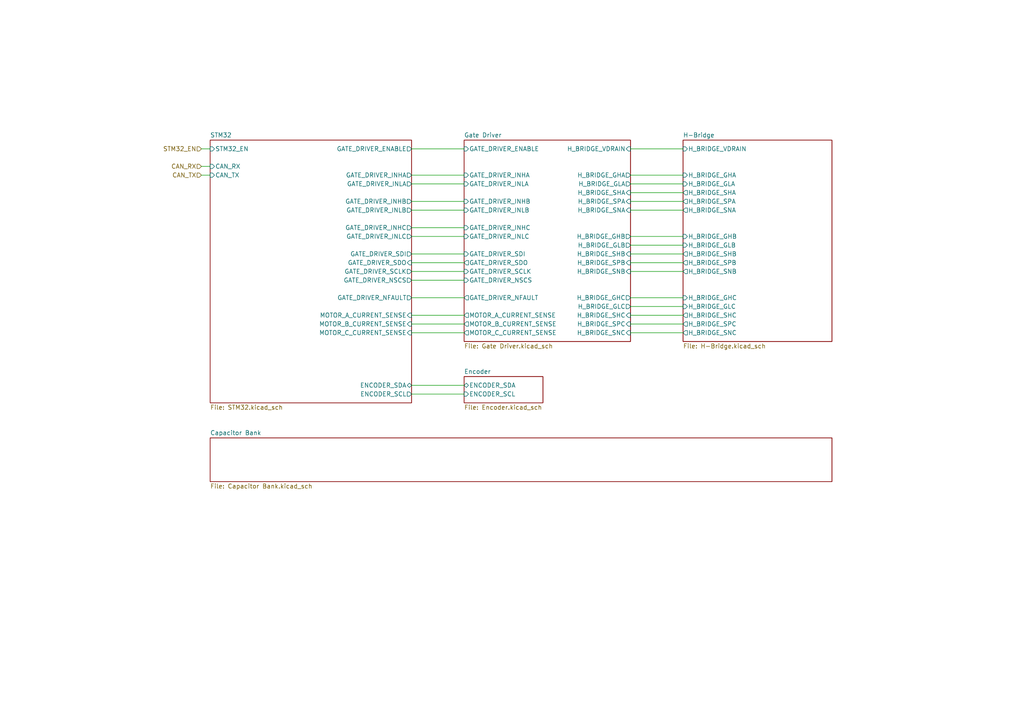
<source format=kicad_sch>
(kicad_sch
	(version 20250114)
	(generator "eeschema")
	(generator_version "9.0")
	(uuid "89a6ded9-8b81-4dac-b8d3-dcb0679e52a4")
	(paper "A4")
	(lib_symbols)
	(wire
		(pts
			(xy 119.38 66.04) (xy 134.62 66.04)
		)
		(stroke
			(width 0)
			(type default)
		)
		(uuid "014f3ad6-5d48-4ac5-906d-fbb7b6fc556f")
	)
	(wire
		(pts
			(xy 119.38 86.36) (xy 134.62 86.36)
		)
		(stroke
			(width 0)
			(type default)
		)
		(uuid "06c09fbe-b7e8-47d9-bd2b-fd6c5e46d616")
	)
	(wire
		(pts
			(xy 182.88 50.8) (xy 198.12 50.8)
		)
		(stroke
			(width 0)
			(type default)
		)
		(uuid "1392c7c3-af8a-4ac8-8f28-3a1dba906558")
	)
	(wire
		(pts
			(xy 182.88 76.2) (xy 198.12 76.2)
		)
		(stroke
			(width 0)
			(type default)
		)
		(uuid "1f7bcd43-b009-4f60-8645-c4910f24049c")
	)
	(wire
		(pts
			(xy 58.42 48.26) (xy 60.96 48.26)
		)
		(stroke
			(width 0)
			(type default)
		)
		(uuid "25fb4645-f915-49aa-a1b0-d7d6a47c487e")
	)
	(wire
		(pts
			(xy 119.38 58.42) (xy 134.62 58.42)
		)
		(stroke
			(width 0)
			(type default)
		)
		(uuid "30ce1eea-eda9-4b83-8922-420c9fc6ae10")
	)
	(wire
		(pts
			(xy 119.38 53.34) (xy 134.62 53.34)
		)
		(stroke
			(width 0)
			(type default)
		)
		(uuid "322dcc9d-6b0d-44c6-bbc7-0f0b2ae6a713")
	)
	(wire
		(pts
			(xy 182.88 73.66) (xy 198.12 73.66)
		)
		(stroke
			(width 0)
			(type default)
		)
		(uuid "371fdf8a-8554-4a20-83ed-7d5cba54da52")
	)
	(wire
		(pts
			(xy 182.88 68.58) (xy 198.12 68.58)
		)
		(stroke
			(width 0)
			(type default)
		)
		(uuid "39881c2c-6d39-4d77-bced-b3313c4c9eaa")
	)
	(wire
		(pts
			(xy 182.88 86.36) (xy 198.12 86.36)
		)
		(stroke
			(width 0)
			(type default)
		)
		(uuid "3b75e519-16e2-4caf-af7f-3c7e8a77d189")
	)
	(wire
		(pts
			(xy 119.38 73.66) (xy 134.62 73.66)
		)
		(stroke
			(width 0)
			(type default)
		)
		(uuid "401c22eb-9e67-4082-a0db-2620b4517572")
	)
	(wire
		(pts
			(xy 182.88 58.42) (xy 198.12 58.42)
		)
		(stroke
			(width 0)
			(type default)
		)
		(uuid "41959adb-ad7a-4d98-b683-e43c2a9bad3e")
	)
	(wire
		(pts
			(xy 119.38 91.44) (xy 134.62 91.44)
		)
		(stroke
			(width 0)
			(type default)
		)
		(uuid "489590d3-e273-4882-ad3b-cee791e11228")
	)
	(wire
		(pts
			(xy 119.38 68.58) (xy 134.62 68.58)
		)
		(stroke
			(width 0)
			(type default)
		)
		(uuid "641c3ac2-7b09-44dc-bfe8-9af8a767f06f")
	)
	(wire
		(pts
			(xy 119.38 114.3) (xy 134.62 114.3)
		)
		(stroke
			(width 0)
			(type default)
		)
		(uuid "65b34fe1-586d-4715-bb60-a0ff68c48916")
	)
	(wire
		(pts
			(xy 182.88 91.44) (xy 198.12 91.44)
		)
		(stroke
			(width 0)
			(type default)
		)
		(uuid "74003ee7-7969-4513-bb5f-879ee97f386a")
	)
	(wire
		(pts
			(xy 182.88 93.98) (xy 198.12 93.98)
		)
		(stroke
			(width 0)
			(type default)
		)
		(uuid "75e836dd-685e-4404-8da9-d5ab191847b9")
	)
	(wire
		(pts
			(xy 182.88 60.96) (xy 198.12 60.96)
		)
		(stroke
			(width 0)
			(type default)
		)
		(uuid "79c4dc34-8f0c-43c4-918a-74c0be9cbf60")
	)
	(wire
		(pts
			(xy 119.38 111.76) (xy 134.62 111.76)
		)
		(stroke
			(width 0)
			(type default)
		)
		(uuid "7cb6b3d8-7fa2-43ad-a04d-ba031ddf62f6")
	)
	(wire
		(pts
			(xy 119.38 43.18) (xy 134.62 43.18)
		)
		(stroke
			(width 0)
			(type default)
		)
		(uuid "821ccb2d-746e-486a-93fd-eca3f7057494")
	)
	(wire
		(pts
			(xy 182.88 55.88) (xy 198.12 55.88)
		)
		(stroke
			(width 0)
			(type default)
		)
		(uuid "8a8db790-8551-4c48-a222-4d8cbf93df3f")
	)
	(wire
		(pts
			(xy 58.42 43.18) (xy 60.96 43.18)
		)
		(stroke
			(width 0)
			(type default)
		)
		(uuid "8c2008d1-34ce-46ea-982e-a656a5d04ee9")
	)
	(wire
		(pts
			(xy 119.38 96.52) (xy 134.62 96.52)
		)
		(stroke
			(width 0)
			(type default)
		)
		(uuid "9d3f9e29-8099-4e76-baac-0848e2ece982")
	)
	(wire
		(pts
			(xy 119.38 93.98) (xy 134.62 93.98)
		)
		(stroke
			(width 0)
			(type default)
		)
		(uuid "b9e455bd-b246-49cd-8156-ff61772431e4")
	)
	(wire
		(pts
			(xy 58.42 50.8) (xy 60.96 50.8)
		)
		(stroke
			(width 0)
			(type default)
		)
		(uuid "ba46a258-9906-44f0-b1f4-f63d6f727ca5")
	)
	(wire
		(pts
			(xy 119.38 76.2) (xy 134.62 76.2)
		)
		(stroke
			(width 0)
			(type default)
		)
		(uuid "be6c9a7d-08a5-4673-a669-c975c28dbded")
	)
	(wire
		(pts
			(xy 182.88 88.9) (xy 198.12 88.9)
		)
		(stroke
			(width 0)
			(type default)
		)
		(uuid "c2358520-6ca2-4f3b-b476-6e534f36c563")
	)
	(wire
		(pts
			(xy 119.38 60.96) (xy 134.62 60.96)
		)
		(stroke
			(width 0)
			(type default)
		)
		(uuid "cf1dbe2d-a22c-4821-a10c-01afc40b3ac0")
	)
	(wire
		(pts
			(xy 182.88 53.34) (xy 198.12 53.34)
		)
		(stroke
			(width 0)
			(type default)
		)
		(uuid "d688d81a-6d43-4850-b5f4-431a7b1e1af9")
	)
	(wire
		(pts
			(xy 182.88 78.74) (xy 198.12 78.74)
		)
		(stroke
			(width 0)
			(type default)
		)
		(uuid "d9340906-01fe-4ab3-a370-f9ef8a111171")
	)
	(wire
		(pts
			(xy 119.38 81.28) (xy 134.62 81.28)
		)
		(stroke
			(width 0)
			(type default)
		)
		(uuid "dcab1b07-3571-4a6f-9947-5858c29e4c58")
	)
	(wire
		(pts
			(xy 119.38 78.74) (xy 134.62 78.74)
		)
		(stroke
			(width 0)
			(type default)
		)
		(uuid "e0119a5f-c335-4c15-be9f-2c13d4f46f7a")
	)
	(wire
		(pts
			(xy 182.88 96.52) (xy 198.12 96.52)
		)
		(stroke
			(width 0)
			(type default)
		)
		(uuid "e1a975af-5f8b-4886-9ddf-7376884f0540")
	)
	(wire
		(pts
			(xy 182.88 43.18) (xy 198.12 43.18)
		)
		(stroke
			(width 0)
			(type default)
		)
		(uuid "f58ed209-d1b9-4695-8e52-22e6b94f6030")
	)
	(wire
		(pts
			(xy 119.38 50.8) (xy 134.62 50.8)
		)
		(stroke
			(width 0)
			(type default)
		)
		(uuid "f663462d-5f6d-41f5-83be-66ca88fe0ec2")
	)
	(wire
		(pts
			(xy 182.88 71.12) (xy 198.12 71.12)
		)
		(stroke
			(width 0)
			(type default)
		)
		(uuid "ffffa54e-4f6e-46aa-a23e-d5b25263dc2f")
	)
	(hierarchical_label "CAN_RX"
		(shape input)
		(at 58.42 48.26 180)
		(effects
			(font
				(size 1.27 1.27)
			)
			(justify right)
		)
		(uuid "192a6ce9-d43f-4fb2-8746-1abf3ab493a9")
	)
	(hierarchical_label "STM32_EN"
		(shape input)
		(at 58.42 43.18 180)
		(effects
			(font
				(size 1.27 1.27)
			)
			(justify right)
		)
		(uuid "221b4781-503a-402f-9b91-a6e02bcd60c5")
	)
	(hierarchical_label "CAN_TX"
		(shape input)
		(at 58.42 50.8 180)
		(effects
			(font
				(size 1.27 1.27)
			)
			(justify right)
		)
		(uuid "8ca435b6-bf8f-4282-831b-9ac04e103940")
	)
	(sheet
		(at 134.62 40.64)
		(size 48.26 58.42)
		(exclude_from_sim no)
		(in_bom yes)
		(on_board yes)
		(dnp no)
		(fields_autoplaced yes)
		(stroke
			(width 0.1524)
			(type solid)
		)
		(fill
			(color 0 0 0 0.0000)
		)
		(uuid "8cfedfa3-e17e-4fbd-8643-d9aedca2c1ef")
		(property "Sheetname" "Gate Driver"
			(at 134.62 39.9284 0)
			(effects
				(font
					(size 1.27 1.27)
				)
				(justify left bottom)
			)
		)
		(property "Sheetfile" "Gate Driver.kicad_sch"
			(at 134.62 99.6446 0)
			(effects
				(font
					(size 1.27 1.27)
				)
				(justify left top)
			)
		)
		(pin "GATE_DRIVER_ENABLE" input
			(at 134.62 43.18 180)
			(uuid "ae2b29ba-6481-4ae7-a868-d4ba8fa1632d")
			(effects
				(font
					(size 1.27 1.27)
				)
				(justify left)
			)
		)
		(pin "GATE_DRIVER_INHA" input
			(at 134.62 50.8 180)
			(uuid "fe660008-2323-4c90-b1d9-48cd5dc6d703")
			(effects
				(font
					(size 1.27 1.27)
				)
				(justify left)
			)
		)
		(pin "GATE_DRIVER_INHB" input
			(at 134.62 58.42 180)
			(uuid "c5c93115-fe5a-418b-8cb0-893355840990")
			(effects
				(font
					(size 1.27 1.27)
				)
				(justify left)
			)
		)
		(pin "GATE_DRIVER_INHC" input
			(at 134.62 66.04 180)
			(uuid "d5f00f41-cd23-4109-ab78-deb1233f398e")
			(effects
				(font
					(size 1.27 1.27)
				)
				(justify left)
			)
		)
		(pin "GATE_DRIVER_INLA" input
			(at 134.62 53.34 180)
			(uuid "8e83eb52-6330-4db5-bfa3-f14bfe638b40")
			(effects
				(font
					(size 1.27 1.27)
				)
				(justify left)
			)
		)
		(pin "GATE_DRIVER_INLB" input
			(at 134.62 60.96 180)
			(uuid "1e2d6e9d-789c-421e-9e68-ec1bf8a75893")
			(effects
				(font
					(size 1.27 1.27)
				)
				(justify left)
			)
		)
		(pin "GATE_DRIVER_INLC" input
			(at 134.62 68.58 180)
			(uuid "42bf41db-18ce-405b-a896-3f403e2833e7")
			(effects
				(font
					(size 1.27 1.27)
				)
				(justify left)
			)
		)
		(pin "GATE_DRIVER_NSCS" input
			(at 134.62 81.28 180)
			(uuid "8ea0bc7c-ef02-4a23-a913-029493c880c9")
			(effects
				(font
					(size 1.27 1.27)
				)
				(justify left)
			)
		)
		(pin "GATE_DRIVER_SCLK" input
			(at 134.62 78.74 180)
			(uuid "96eb3559-1956-41de-95bc-e9c4d0e6de86")
			(effects
				(font
					(size 1.27 1.27)
				)
				(justify left)
			)
		)
		(pin "GATE_DRIVER_SDI" input
			(at 134.62 73.66 180)
			(uuid "6fece870-a17b-4066-b0cc-90b007f8444c")
			(effects
				(font
					(size 1.27 1.27)
				)
				(justify left)
			)
		)
		(pin "GATE_DRIVER_SDO" output
			(at 134.62 76.2 180)
			(uuid "dc8d3014-30c9-496d-a25b-88ce7bdae260")
			(effects
				(font
					(size 1.27 1.27)
				)
				(justify left)
			)
		)
		(pin "H_BRIDGE_GHA" output
			(at 182.88 50.8 0)
			(uuid "8b7e54d9-35bf-4d7d-9ce8-5303ef1cad85")
			(effects
				(font
					(size 1.27 1.27)
				)
				(justify right)
			)
		)
		(pin "H_BRIDGE_GHB" output
			(at 182.88 68.58 0)
			(uuid "a6369269-f3a8-4f9d-897f-3bd9f77e8214")
			(effects
				(font
					(size 1.27 1.27)
				)
				(justify right)
			)
		)
		(pin "H_BRIDGE_GHC" output
			(at 182.88 86.36 0)
			(uuid "4b2d89bf-85b8-4ba2-b678-62260fcd4de9")
			(effects
				(font
					(size 1.27 1.27)
				)
				(justify right)
			)
		)
		(pin "H_BRIDGE_GLA" output
			(at 182.88 53.34 0)
			(uuid "b099c838-4178-49b4-a0b6-bd2d0dd32f5b")
			(effects
				(font
					(size 1.27 1.27)
				)
				(justify right)
			)
		)
		(pin "H_BRIDGE_GLB" output
			(at 182.88 71.12 0)
			(uuid "cec85c05-bc5b-4461-8e3c-0aa9c9a9b7d8")
			(effects
				(font
					(size 1.27 1.27)
				)
				(justify right)
			)
		)
		(pin "H_BRIDGE_GLC" output
			(at 182.88 88.9 0)
			(uuid "4380c1bb-0475-4d21-87d7-d5bb5d6bfb86")
			(effects
				(font
					(size 1.27 1.27)
				)
				(justify right)
			)
		)
		(pin "H_BRIDGE_SHA" input
			(at 182.88 55.88 0)
			(uuid "8608c98e-25a5-4041-9ca8-d91f42622298")
			(effects
				(font
					(size 1.27 1.27)
				)
				(justify right)
			)
		)
		(pin "H_BRIDGE_SHB" input
			(at 182.88 73.66 0)
			(uuid "2f029195-8030-46ac-9176-76d3682b0800")
			(effects
				(font
					(size 1.27 1.27)
				)
				(justify right)
			)
		)
		(pin "H_BRIDGE_SHC" input
			(at 182.88 91.44 0)
			(uuid "9c057008-cbca-4955-a585-17dbd152e210")
			(effects
				(font
					(size 1.27 1.27)
				)
				(justify right)
			)
		)
		(pin "H_BRIDGE_SNA" input
			(at 182.88 60.96 0)
			(uuid "96bfe735-1528-430e-8f47-4a16317b55bb")
			(effects
				(font
					(size 1.27 1.27)
				)
				(justify right)
			)
		)
		(pin "H_BRIDGE_SNB" input
			(at 182.88 78.74 0)
			(uuid "cfa56fd4-4aa6-4a67-8c76-5c3bc9859e28")
			(effects
				(font
					(size 1.27 1.27)
				)
				(justify right)
			)
		)
		(pin "H_BRIDGE_SNC" input
			(at 182.88 96.52 0)
			(uuid "a8a9cc5f-a420-4923-8cc5-b68363c0bf35")
			(effects
				(font
					(size 1.27 1.27)
				)
				(justify right)
			)
		)
		(pin "H_BRIDGE_SPA" input
			(at 182.88 58.42 0)
			(uuid "9a43f1ba-326a-41b8-9d4d-4b232dd84371")
			(effects
				(font
					(size 1.27 1.27)
				)
				(justify right)
			)
		)
		(pin "H_BRIDGE_SPB" input
			(at 182.88 76.2 0)
			(uuid "e6fae002-1eb2-472d-a594-78c072213594")
			(effects
				(font
					(size 1.27 1.27)
				)
				(justify right)
			)
		)
		(pin "H_BRIDGE_SPC" input
			(at 182.88 93.98 0)
			(uuid "92bd1f7f-8a9e-405a-b7bb-a2d743d7e369")
			(effects
				(font
					(size 1.27 1.27)
				)
				(justify right)
			)
		)
		(pin "H_BRIDGE_VDRAIN" input
			(at 182.88 43.18 0)
			(uuid "3c36f903-d31e-47ac-bfce-0053f617d2e0")
			(effects
				(font
					(size 1.27 1.27)
				)
				(justify right)
			)
		)
		(pin "MOTOR_A_CURRENT_SENSE" output
			(at 134.62 91.44 180)
			(uuid "e5f3db2e-94e3-405e-9d88-d60c39c475df")
			(effects
				(font
					(size 1.27 1.27)
				)
				(justify left)
			)
		)
		(pin "MOTOR_B_CURRENT_SENSE" output
			(at 134.62 93.98 180)
			(uuid "5b6fda93-88bb-4233-9006-2a242de7075d")
			(effects
				(font
					(size 1.27 1.27)
				)
				(justify left)
			)
		)
		(pin "MOTOR_C_CURRENT_SENSE" output
			(at 134.62 96.52 180)
			(uuid "d9cc63df-ac33-4ba2-a8f6-6f0805128f8b")
			(effects
				(font
					(size 1.27 1.27)
				)
				(justify left)
			)
		)
		(pin "GATE_DRIVER_NFAULT" output
			(at 134.62 86.36 180)
			(uuid "81405cc2-35a2-4b9f-80e0-eca514e95850")
			(effects
				(font
					(size 1.27 1.27)
				)
				(justify left)
			)
		)
		(instances
			(project "simplified_spincoater_v1"
				(path "/82f7d8d0-a6dd-48aa-80fa-49fc2cccb16f/c9ec9ccd-2e72-4236-908b-58c2b4d5f776"
					(page "7")
				)
			)
		)
	)
	(sheet
		(at 60.96 127)
		(size 180.34 12.7)
		(exclude_from_sim no)
		(in_bom yes)
		(on_board yes)
		(dnp no)
		(fields_autoplaced yes)
		(stroke
			(width 0.1524)
			(type solid)
		)
		(fill
			(color 0 0 0 0.0000)
		)
		(uuid "c07c829e-f8c0-4206-915d-bc0510f76988")
		(property "Sheetname" "Capacitor Bank"
			(at 60.96 126.2884 0)
			(effects
				(font
					(size 1.27 1.27)
				)
				(justify left bottom)
			)
		)
		(property "Sheetfile" "Capacitor Bank.kicad_sch"
			(at 60.96 140.2846 0)
			(effects
				(font
					(size 1.27 1.27)
				)
				(justify left top)
			)
		)
		(instances
			(project "simplified_spincoater_v1"
				(path "/82f7d8d0-a6dd-48aa-80fa-49fc2cccb16f/c9ec9ccd-2e72-4236-908b-58c2b4d5f776"
					(page "10")
				)
			)
		)
	)
	(sheet
		(at 60.96 40.64)
		(size 58.42 76.2)
		(exclude_from_sim no)
		(in_bom yes)
		(on_board yes)
		(dnp no)
		(fields_autoplaced yes)
		(stroke
			(width 0.1524)
			(type solid)
		)
		(fill
			(color 0 0 0 0.0000)
		)
		(uuid "cd663899-e504-4268-9eb7-3d3166242724")
		(property "Sheetname" "STM32"
			(at 60.96 39.9284 0)
			(effects
				(font
					(size 1.27 1.27)
				)
				(justify left bottom)
			)
		)
		(property "Sheetfile" "STM32.kicad_sch"
			(at 60.96 117.4246 0)
			(effects
				(font
					(size 1.27 1.27)
				)
				(justify left top)
			)
		)
		(pin "STM32_EN" input
			(at 60.96 43.18 180)
			(uuid "f5237cb3-6f12-42eb-9e88-f67bcec2baf6")
			(effects
				(font
					(size 1.27 1.27)
				)
				(justify left)
			)
		)
		(pin "ENCODER_SCL" output
			(at 119.38 114.3 0)
			(uuid "3e70ebb7-8a9c-4ff9-ab54-fb269da4bc57")
			(effects
				(font
					(size 1.27 1.27)
				)
				(justify right)
			)
		)
		(pin "ENCODER_SDA" bidirectional
			(at 119.38 111.76 0)
			(uuid "8c57d3a5-43ea-4a30-8073-f6c07139788c")
			(effects
				(font
					(size 1.27 1.27)
				)
				(justify right)
			)
		)
		(pin "GATE_DRIVER_ENABLE" output
			(at 119.38 43.18 0)
			(uuid "864df139-b0d5-4755-ae9f-2540f014d210")
			(effects
				(font
					(size 1.27 1.27)
				)
				(justify right)
			)
		)
		(pin "GATE_DRIVER_INHA" output
			(at 119.38 50.8 0)
			(uuid "074dead6-4fc3-4c86-aede-c999005c85a8")
			(effects
				(font
					(size 1.27 1.27)
				)
				(justify right)
			)
		)
		(pin "GATE_DRIVER_INHB" output
			(at 119.38 58.42 0)
			(uuid "399f6574-9f25-4416-9d4e-f0be10310ddc")
			(effects
				(font
					(size 1.27 1.27)
				)
				(justify right)
			)
		)
		(pin "GATE_DRIVER_INHC" output
			(at 119.38 66.04 0)
			(uuid "879baced-fdda-44e7-9500-91d339da8357")
			(effects
				(font
					(size 1.27 1.27)
				)
				(justify right)
			)
		)
		(pin "GATE_DRIVER_INLA" output
			(at 119.38 53.34 0)
			(uuid "c4abea67-6d53-4621-94c6-be5f5048a886")
			(effects
				(font
					(size 1.27 1.27)
				)
				(justify right)
			)
		)
		(pin "GATE_DRIVER_INLB" output
			(at 119.38 60.96 0)
			(uuid "d94e5b4e-d6da-4f67-bc46-07fcf07a6457")
			(effects
				(font
					(size 1.27 1.27)
				)
				(justify right)
			)
		)
		(pin "GATE_DRIVER_INLC" output
			(at 119.38 68.58 0)
			(uuid "9cf7dabb-6788-46ee-a6d6-a6e913bf0be6")
			(effects
				(font
					(size 1.27 1.27)
				)
				(justify right)
			)
		)
		(pin "GATE_DRIVER_NSCS" output
			(at 119.38 81.28 0)
			(uuid "a8d2b3e3-0f1c-4415-af14-864abbfec882")
			(effects
				(font
					(size 1.27 1.27)
				)
				(justify right)
			)
		)
		(pin "GATE_DRIVER_SCLK" output
			(at 119.38 78.74 0)
			(uuid "755fa56e-be9b-48fa-8d88-4501b76c980a")
			(effects
				(font
					(size 1.27 1.27)
				)
				(justify right)
			)
		)
		(pin "GATE_DRIVER_SDI" output
			(at 119.38 73.66 0)
			(uuid "8af634f0-cd37-43f3-965f-de1931a357fc")
			(effects
				(font
					(size 1.27 1.27)
				)
				(justify right)
			)
		)
		(pin "GATE_DRIVER_SDO" input
			(at 119.38 76.2 0)
			(uuid "63e25f0d-327e-4149-885a-e7f0b6a6e8a5")
			(effects
				(font
					(size 1.27 1.27)
				)
				(justify right)
			)
		)
		(pin "MOTOR_A_CURRENT_SENSE" input
			(at 119.38 91.44 0)
			(uuid "0667719a-bdc5-4de6-8f8f-5dbe5dd89360")
			(effects
				(font
					(size 1.27 1.27)
				)
				(justify right)
			)
		)
		(pin "MOTOR_B_CURRENT_SENSE" input
			(at 119.38 93.98 0)
			(uuid "2ec68171-65fb-4a02-adcd-668bdb5e5e48")
			(effects
				(font
					(size 1.27 1.27)
				)
				(justify right)
			)
		)
		(pin "MOTOR_C_CURRENT_SENSE" input
			(at 119.38 96.52 0)
			(uuid "d4d5ffaa-4154-44f6-a30a-e7701fa958e1")
			(effects
				(font
					(size 1.27 1.27)
				)
				(justify right)
			)
		)
		(pin "CAN_RX" input
			(at 60.96 48.26 180)
			(uuid "3c820461-b8b1-4c7d-af18-18b55d1597b5")
			(effects
				(font
					(size 1.27 1.27)
				)
				(justify left)
			)
		)
		(pin "CAN_TX" input
			(at 60.96 50.8 180)
			(uuid "8fe2932c-2a2e-48ce-a7e7-163ae1a391a3")
			(effects
				(font
					(size 1.27 1.27)
				)
				(justify left)
			)
		)
		(pin "GATE_DRIVER_NFAULT" output
			(at 119.38 86.36 0)
			(uuid "ae3d4b18-54c9-42a4-a357-98bf24f91e2a")
			(effects
				(font
					(size 1.27 1.27)
				)
				(justify right)
			)
		)
		(instances
			(project "simplified_spincoater_v1"
				(path "/82f7d8d0-a6dd-48aa-80fa-49fc2cccb16f/c9ec9ccd-2e72-4236-908b-58c2b4d5f776"
					(page "8")
				)
			)
		)
	)
	(sheet
		(at 134.62 109.22)
		(size 22.86 7.62)
		(exclude_from_sim no)
		(in_bom yes)
		(on_board yes)
		(dnp no)
		(fields_autoplaced yes)
		(stroke
			(width 0.1524)
			(type solid)
		)
		(fill
			(color 0 0 0 0.0000)
		)
		(uuid "efc50d4f-520f-4f0a-8902-a20b5f981388")
		(property "Sheetname" "Encoder"
			(at 134.62 108.5084 0)
			(effects
				(font
					(size 1.27 1.27)
				)
				(justify left bottom)
			)
		)
		(property "Sheetfile" "Encoder.kicad_sch"
			(at 134.62 117.4246 0)
			(effects
				(font
					(size 1.27 1.27)
				)
				(justify left top)
			)
		)
		(pin "ENCODER_SCL" input
			(at 134.62 114.3 180)
			(uuid "a032670d-d9a8-47f3-833c-af2c0175f34a")
			(effects
				(font
					(size 1.27 1.27)
				)
				(justify left)
			)
		)
		(pin "ENCODER_SDA" bidirectional
			(at 134.62 111.76 180)
			(uuid "b018ac03-7ca9-4e91-9a0b-6177ead6f9dc")
			(effects
				(font
					(size 1.27 1.27)
				)
				(justify left)
			)
		)
		(instances
			(project "simplified_spincoater_v1"
				(path "/82f7d8d0-a6dd-48aa-80fa-49fc2cccb16f/c9ec9ccd-2e72-4236-908b-58c2b4d5f776"
					(page "9")
				)
			)
		)
	)
	(sheet
		(at 198.12 40.64)
		(size 43.18 58.42)
		(exclude_from_sim no)
		(in_bom yes)
		(on_board yes)
		(dnp no)
		(fields_autoplaced yes)
		(stroke
			(width 0.1524)
			(type solid)
		)
		(fill
			(color 0 0 0 0.0000)
		)
		(uuid "effaf589-d03b-428f-9cd2-be6913714a7d")
		(property "Sheetname" "H-Bridge"
			(at 198.12 39.9284 0)
			(effects
				(font
					(size 1.27 1.27)
				)
				(justify left bottom)
			)
		)
		(property "Sheetfile" "H-Bridge.kicad_sch"
			(at 198.12 99.6446 0)
			(effects
				(font
					(size 1.27 1.27)
				)
				(justify left top)
			)
		)
		(pin "H_BRIDGE_GHA" input
			(at 198.12 50.8 180)
			(uuid "036c81e5-faf8-4f89-b13a-a6351a15ebd2")
			(effects
				(font
					(size 1.27 1.27)
				)
				(justify left)
			)
		)
		(pin "H_BRIDGE_GHB" input
			(at 198.12 68.58 180)
			(uuid "76349364-9be0-442a-8ea0-499483456537")
			(effects
				(font
					(size 1.27 1.27)
				)
				(justify left)
			)
		)
		(pin "H_BRIDGE_GHC" input
			(at 198.12 86.36 180)
			(uuid "f1996399-d3c9-4882-9a8e-e31e10b45340")
			(effects
				(font
					(size 1.27 1.27)
				)
				(justify left)
			)
		)
		(pin "H_BRIDGE_GLA" input
			(at 198.12 53.34 180)
			(uuid "55674974-1b87-4ef1-a629-174caa2843d7")
			(effects
				(font
					(size 1.27 1.27)
				)
				(justify left)
			)
		)
		(pin "H_BRIDGE_GLB" input
			(at 198.12 71.12 180)
			(uuid "a42b5394-5fa1-4dc9-8829-8bd4c95cf5e7")
			(effects
				(font
					(size 1.27 1.27)
				)
				(justify left)
			)
		)
		(pin "H_BRIDGE_GLC" input
			(at 198.12 88.9 180)
			(uuid "ee3e66a3-c541-46fe-8429-327f82672609")
			(effects
				(font
					(size 1.27 1.27)
				)
				(justify left)
			)
		)
		(pin "H_BRIDGE_SHA" output
			(at 198.12 55.88 180)
			(uuid "13f4d164-b60c-46cd-8038-01c8252410ed")
			(effects
				(font
					(size 1.27 1.27)
				)
				(justify left)
			)
		)
		(pin "H_BRIDGE_SHB" output
			(at 198.12 73.66 180)
			(uuid "e96b33d4-5753-40dd-9daa-5aeb3837a819")
			(effects
				(font
					(size 1.27 1.27)
				)
				(justify left)
			)
		)
		(pin "H_BRIDGE_SHC" output
			(at 198.12 91.44 180)
			(uuid "fe65cf8a-fb4c-41ee-90eb-7110e0017059")
			(effects
				(font
					(size 1.27 1.27)
				)
				(justify left)
			)
		)
		(pin "H_BRIDGE_SNA" output
			(at 198.12 60.96 180)
			(uuid "283b34c0-2ded-47aa-a2c6-fab1819d56de")
			(effects
				(font
					(size 1.27 1.27)
				)
				(justify left)
			)
		)
		(pin "H_BRIDGE_SNB" output
			(at 198.12 78.74 180)
			(uuid "5ec44540-fe18-46b6-9beb-a008efd0a4a8")
			(effects
				(font
					(size 1.27 1.27)
				)
				(justify left)
			)
		)
		(pin "H_BRIDGE_SNC" output
			(at 198.12 96.52 180)
			(uuid "421d608a-f78b-4cc6-89bf-2550da76ed07")
			(effects
				(font
					(size 1.27 1.27)
				)
				(justify left)
			)
		)
		(pin "H_BRIDGE_SPA" output
			(at 198.12 58.42 180)
			(uuid "3dbbf75d-f0fe-49ec-8977-b71031a340f8")
			(effects
				(font
					(size 1.27 1.27)
				)
				(justify left)
			)
		)
		(pin "H_BRIDGE_SPB" output
			(at 198.12 76.2 180)
			(uuid "26fd956e-db86-433e-8cb7-cedfe010a4ce")
			(effects
				(font
					(size 1.27 1.27)
				)
				(justify left)
			)
		)
		(pin "H_BRIDGE_SPC" output
			(at 198.12 93.98 180)
			(uuid "0a13e922-7b45-44b3-92c0-b2a0739efab1")
			(effects
				(font
					(size 1.27 1.27)
				)
				(justify left)
			)
		)
		(pin "H_BRIDGE_VDRAIN" input
			(at 198.12 43.18 180)
			(uuid "24cdeae7-b34b-41d7-85d3-5f313c21acf8")
			(effects
				(font
					(size 1.27 1.27)
				)
				(justify left)
			)
		)
		(instances
			(project "simplified_spincoater_v1"
				(path "/82f7d8d0-a6dd-48aa-80fa-49fc2cccb16f/c9ec9ccd-2e72-4236-908b-58c2b4d5f776"
					(page "10")
				)
			)
		)
	)
)

</source>
